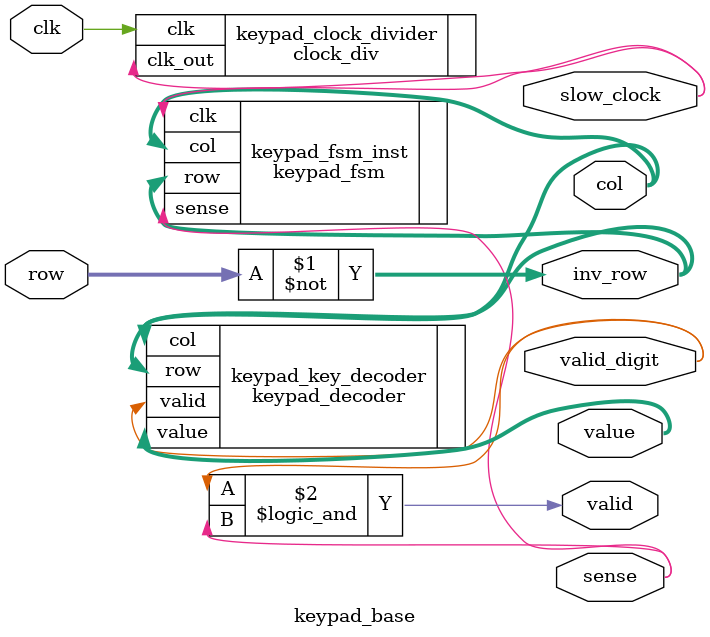
<source format=sv>
module keypad_base
(
   input clk,
	input [3:0] row,
	output [3:0] col,
	output [3:0] value,
	output valid,
	// Debug
	output slow_clock,
	output sense,
	output valid_digit,
	output [3:0] inv_row
);

   assign inv_row = ~row;
	
	clock_div #(.DIV(100000)) keypad_clock_divider
	(
	   .clk(clk),
		.clk_out(slow_clock)
	);
	
	keypad_fsm keypad_fsm_inst
	(
	   .clk(slow_clock),
		.row(inv_row),
		.col(col),
		.sense(sense)
	);
	
	keypad_decoder #(.BASE(16)) keypad_key_decoder
	(
	   .row(inv_row),
		.col(col),
		.value(value),
		.valid(valid_digit)
	);
	
	assign valid = valid_digit && sense;
	
endmodule 
</source>
